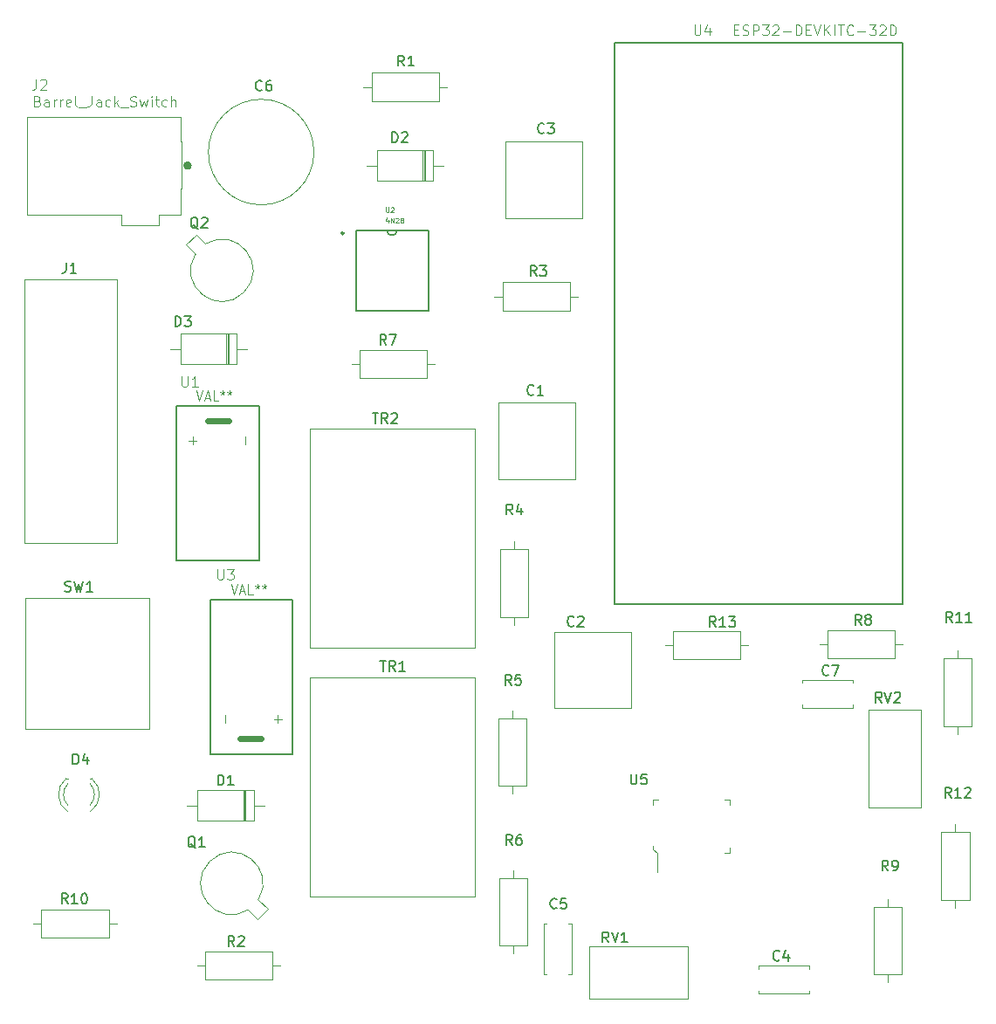
<source format=gto>
G04 #@! TF.GenerationSoftware,KiCad,Pcbnew,5.1.6-c6e7f7d~87~ubuntu18.04.1*
G04 #@! TF.CreationDate,2020-07-18T23:18:46+02:00*
G04 #@! TF.ProjectId,interfonoRemoto,696e7465-7266-46f6-9e6f-52656d6f746f,A1*
G04 #@! TF.SameCoordinates,Original*
G04 #@! TF.FileFunction,Legend,Top*
G04 #@! TF.FilePolarity,Positive*
%FSLAX46Y46*%
G04 Gerber Fmt 4.6, Leading zero omitted, Abs format (unit mm)*
G04 Created by KiCad (PCBNEW 5.1.6-c6e7f7d~87~ubuntu18.04.1) date 2020-07-18 23:18:46*
%MOMM*%
%LPD*%
G01*
G04 APERTURE LIST*
%ADD10C,0.127000*%
%ADD11C,0.609600*%
%ADD12C,0.120000*%
%ADD13C,0.050000*%
%ADD14C,0.400000*%
%ADD15C,0.220000*%
%ADD16C,0.100000*%
%ADD17C,0.150000*%
G04 APERTURE END LIST*
D10*
X53433800Y-148525000D02*
X61433800Y-148525000D01*
X61433800Y-148525000D02*
X61433800Y-133525000D01*
X61433800Y-133525000D02*
X53433800Y-133525000D01*
X53433800Y-133525000D02*
X53433800Y-148525000D01*
D11*
X58409800Y-147025000D02*
X56377800Y-147025000D01*
D10*
X58196600Y-114718000D02*
X50196600Y-114718000D01*
X50196600Y-114718000D02*
X50196600Y-129718000D01*
X50196600Y-129718000D02*
X58196600Y-129718000D01*
X58196600Y-129718000D02*
X58196600Y-114718000D01*
D11*
X53220600Y-116218000D02*
X55252600Y-116218000D01*
D12*
X51097652Y-99105501D02*
X52009819Y-100017669D01*
X52087601Y-98115552D02*
X51097652Y-99105501D01*
X52999769Y-99027719D02*
X52087601Y-98115552D01*
X52009950Y-100017456D02*
G75*
G03*
X52999769Y-99027719I2572150J-1582544D01*
G01*
X59026648Y-163550499D02*
X58114481Y-162638331D01*
X58036699Y-164540448D02*
X59026648Y-163550499D01*
X57124531Y-163628281D02*
X58036699Y-164540448D01*
X58114350Y-162638544D02*
G75*
G03*
X57124531Y-163628281I-2572150J1582544D01*
G01*
D13*
X50602100Y-96190000D02*
X48502100Y-96190000D01*
X48502100Y-96190000D02*
X48502100Y-97240000D01*
X48502100Y-97240000D02*
X44802100Y-97240000D01*
X44802100Y-97240000D02*
X44802100Y-96190000D01*
X44802100Y-96190000D02*
X35652100Y-96190000D01*
X35652100Y-96190000D02*
X35652100Y-86690000D01*
X35652100Y-86690000D02*
X50602100Y-86690000D01*
X50602100Y-86690000D02*
X50602100Y-89090000D01*
D14*
X51452100Y-91440000D02*
G75*
G03*
X51452100Y-91440000I-200000J0D01*
G01*
D13*
X50602100Y-93690000D02*
X50602100Y-96190000D01*
X50702100Y-93690000D02*
X50702100Y-89090000D01*
D12*
X81382100Y-121830000D02*
X81382100Y-114390000D01*
X88822100Y-121830000D02*
X88822100Y-114390000D01*
X88822100Y-114390000D02*
X81382100Y-114390000D01*
X88822100Y-121830000D02*
X81382100Y-121830000D01*
X94290000Y-136640000D02*
X94290000Y-144080000D01*
X86850000Y-136640000D02*
X86850000Y-144080000D01*
X86850000Y-144080000D02*
X94290000Y-144080000D01*
X86850000Y-136640000D02*
X94290000Y-136640000D01*
X82088800Y-89083300D02*
X89528800Y-89083300D01*
X82088800Y-96523300D02*
X89528800Y-96523300D01*
X89528800Y-96523300D02*
X89528800Y-89083300D01*
X82088800Y-96523300D02*
X82088800Y-89083300D01*
X111550000Y-171455000D02*
X111550000Y-171770000D01*
X111550000Y-169030000D02*
X111550000Y-169345000D01*
X106610000Y-171455000D02*
X106610000Y-171770000D01*
X106610000Y-169030000D02*
X106610000Y-169345000D01*
X106610000Y-171770000D02*
X111550000Y-171770000D01*
X106610000Y-169030000D02*
X111550000Y-169030000D01*
X88205000Y-164920000D02*
X88520000Y-164920000D01*
X85780000Y-164920000D02*
X86095000Y-164920000D01*
X88205000Y-169860000D02*
X88520000Y-169860000D01*
X85780000Y-169860000D02*
X86095000Y-169860000D01*
X88520000Y-169860000D02*
X88520000Y-164920000D01*
X85780000Y-169860000D02*
X85780000Y-164920000D01*
X63512100Y-90130000D02*
G75*
G03*
X63512100Y-90130000I-5120000J0D01*
G01*
X110870000Y-141625000D02*
X110870000Y-141310000D01*
X110870000Y-144050000D02*
X110870000Y-143735000D01*
X115810000Y-141625000D02*
X115810000Y-141310000D01*
X115810000Y-144050000D02*
X115810000Y-143735000D01*
X115810000Y-141310000D02*
X110870000Y-141310000D01*
X115810000Y-144050000D02*
X110870000Y-144050000D01*
X56885000Y-154970000D02*
X56885000Y-152030000D01*
X56645000Y-154970000D02*
X56645000Y-152030000D01*
X56765000Y-154970000D02*
X56765000Y-152030000D01*
X51205000Y-153500000D02*
X52225000Y-153500000D01*
X58685000Y-153500000D02*
X57665000Y-153500000D01*
X52225000Y-154970000D02*
X57665000Y-154970000D01*
X52225000Y-152030000D02*
X52225000Y-154970000D01*
X57665000Y-152030000D02*
X52225000Y-152030000D01*
X57665000Y-154970000D02*
X57665000Y-152030000D01*
X74302100Y-92910000D02*
X74302100Y-89970000D01*
X74062100Y-92910000D02*
X74062100Y-89970000D01*
X74182100Y-92910000D02*
X74182100Y-89970000D01*
X68622100Y-91440000D02*
X69642100Y-91440000D01*
X76102100Y-91440000D02*
X75082100Y-91440000D01*
X69642100Y-92910000D02*
X75082100Y-92910000D01*
X69642100Y-89970000D02*
X69642100Y-92910000D01*
X75082100Y-89970000D02*
X69642100Y-89970000D01*
X75082100Y-92910000D02*
X75082100Y-89970000D01*
X55252100Y-110690000D02*
X55252100Y-107750000D01*
X55012100Y-110690000D02*
X55012100Y-107750000D01*
X55132100Y-110690000D02*
X55132100Y-107750000D01*
X49572100Y-109220000D02*
X50592100Y-109220000D01*
X57052100Y-109220000D02*
X56032100Y-109220000D01*
X50592100Y-110690000D02*
X56032100Y-110690000D01*
X50592100Y-107750000D02*
X50592100Y-110690000D01*
X56032100Y-107750000D02*
X50592100Y-107750000D01*
X56032100Y-110690000D02*
X56032100Y-107750000D01*
X39638700Y-150876000D02*
X39482700Y-150876000D01*
X41954700Y-150876000D02*
X41798700Y-150876000D01*
X39638863Y-153477130D02*
G75*
G02*
X39638700Y-151395039I1079837J1041130D01*
G01*
X41798537Y-153477130D02*
G75*
G03*
X41798700Y-151395039I-1079837J1041130D01*
G01*
X39640092Y-154108335D02*
G75*
G02*
X39483184Y-150876000I1078608J1672335D01*
G01*
X41797308Y-154108335D02*
G75*
G03*
X41954216Y-150876000I-1078608J1672335D01*
G01*
X44422100Y-128070000D02*
X35422100Y-128070000D01*
X35422100Y-102470000D02*
X35422100Y-128070000D01*
X44422100Y-102470000D02*
X35422100Y-102470000D01*
X44422100Y-102470000D02*
X44422100Y-128070000D01*
X68322100Y-83820000D02*
X69092100Y-83820000D01*
X76402100Y-83820000D02*
X75632100Y-83820000D01*
X69092100Y-85190000D02*
X75632100Y-85190000D01*
X69092100Y-82450000D02*
X69092100Y-85190000D01*
X75632100Y-82450000D02*
X69092100Y-82450000D01*
X75632100Y-85190000D02*
X75632100Y-82450000D01*
X52157500Y-169004000D02*
X52927500Y-169004000D01*
X60237500Y-169004000D02*
X59467500Y-169004000D01*
X52927500Y-170374000D02*
X59467500Y-170374000D01*
X52927500Y-167634000D02*
X52927500Y-170374000D01*
X59467500Y-167634000D02*
X52927500Y-167634000D01*
X59467500Y-170374000D02*
X59467500Y-167634000D01*
X89102100Y-104140000D02*
X88332100Y-104140000D01*
X81022100Y-104140000D02*
X81792100Y-104140000D01*
X88332100Y-102770000D02*
X81792100Y-102770000D01*
X88332100Y-105510000D02*
X88332100Y-102770000D01*
X81792100Y-105510000D02*
X88332100Y-105510000D01*
X81792100Y-102770000D02*
X81792100Y-105510000D01*
X82923400Y-135970000D02*
X82923400Y-135200000D01*
X82923400Y-127890000D02*
X82923400Y-128660000D01*
X84293400Y-135200000D02*
X84293400Y-128660000D01*
X81553400Y-135200000D02*
X84293400Y-135200000D01*
X81553400Y-128660000D02*
X81553400Y-135200000D01*
X84293400Y-128660000D02*
X81553400Y-128660000D01*
X82783700Y-144263000D02*
X82783700Y-145033000D01*
X82783700Y-152343000D02*
X82783700Y-151573000D01*
X81413700Y-145033000D02*
X81413700Y-151573000D01*
X84153700Y-145033000D02*
X81413700Y-145033000D01*
X84153700Y-151573000D02*
X84153700Y-145033000D01*
X81413700Y-151573000D02*
X84153700Y-151573000D01*
X82820000Y-167870000D02*
X82820000Y-167100000D01*
X82820000Y-159790000D02*
X82820000Y-160560000D01*
X84190000Y-167100000D02*
X84190000Y-160560000D01*
X81450000Y-167100000D02*
X84190000Y-167100000D01*
X81450000Y-160560000D02*
X81450000Y-167100000D01*
X84190000Y-160560000D02*
X81450000Y-160560000D01*
X67150000Y-110690000D02*
X67920000Y-110690000D01*
X75230000Y-110690000D02*
X74460000Y-110690000D01*
X67920000Y-112060000D02*
X74460000Y-112060000D01*
X67920000Y-109320000D02*
X67920000Y-112060000D01*
X74460000Y-109320000D02*
X67920000Y-109320000D01*
X74460000Y-112060000D02*
X74460000Y-109320000D01*
X112550000Y-137890000D02*
X113320000Y-137890000D01*
X120630000Y-137890000D02*
X119860000Y-137890000D01*
X113320000Y-139260000D02*
X119860000Y-139260000D01*
X113320000Y-136520000D02*
X113320000Y-139260000D01*
X119860000Y-136520000D02*
X113320000Y-136520000D01*
X119860000Y-139260000D02*
X119860000Y-136520000D01*
X119180000Y-162570000D02*
X119180000Y-163340000D01*
X119180000Y-170650000D02*
X119180000Y-169880000D01*
X117810000Y-163340000D02*
X117810000Y-169880000D01*
X120550000Y-163340000D02*
X117810000Y-163340000D01*
X120550000Y-169880000D02*
X120550000Y-163340000D01*
X117810000Y-169880000D02*
X120550000Y-169880000D01*
X36300000Y-164970000D02*
X37070000Y-164970000D01*
X44380000Y-164970000D02*
X43610000Y-164970000D01*
X37070000Y-166340000D02*
X43610000Y-166340000D01*
X37070000Y-163600000D02*
X37070000Y-166340000D01*
X43610000Y-163600000D02*
X37070000Y-163600000D01*
X43610000Y-166340000D02*
X43610000Y-163600000D01*
X125950000Y-146570000D02*
X125950000Y-145800000D01*
X125950000Y-138490000D02*
X125950000Y-139260000D01*
X127320000Y-145800000D02*
X127320000Y-139260000D01*
X124580000Y-145800000D02*
X127320000Y-145800000D01*
X124580000Y-139260000D02*
X124580000Y-145800000D01*
X127320000Y-139260000D02*
X124580000Y-139260000D01*
X125722000Y-163405000D02*
X125722000Y-162635000D01*
X125722000Y-155325000D02*
X125722000Y-156095000D01*
X127092000Y-162635000D02*
X127092000Y-156095000D01*
X124352000Y-162635000D02*
X127092000Y-162635000D01*
X124352000Y-156095000D02*
X124352000Y-162635000D01*
X127092000Y-156095000D02*
X124352000Y-156095000D01*
X90250000Y-167190000D02*
X90250000Y-172270000D01*
X90250000Y-172270000D02*
X99750000Y-172270000D01*
X99750000Y-172270000D02*
X99750000Y-167190000D01*
X99750000Y-167190000D02*
X90250000Y-167190000D01*
X117340000Y-153700000D02*
X122420000Y-153700000D01*
X122420000Y-153700000D02*
X122420000Y-144200000D01*
X122420000Y-144200000D02*
X117340000Y-144200000D01*
X117340000Y-144200000D02*
X117340000Y-153700000D01*
X46962100Y-146050000D02*
X47502100Y-146050000D01*
X35532100Y-133350000D02*
X47502100Y-133350000D01*
X35532100Y-146050000D02*
X35532100Y-133350000D01*
X36802100Y-146050000D02*
X35532100Y-146050000D01*
X46962100Y-146050000D02*
X36802100Y-146050000D01*
X47502100Y-133350000D02*
X47502100Y-146050000D01*
X63092100Y-162350000D02*
X79092100Y-162350000D01*
X63092100Y-141050000D02*
X63092100Y-162350000D01*
X79092100Y-141050000D02*
X79092100Y-162350000D01*
X63092100Y-141050000D02*
X79092100Y-141050000D01*
X63092100Y-138220000D02*
X79092100Y-138220000D01*
X63092100Y-116920000D02*
X63092100Y-138220000D01*
X79092100Y-116920000D02*
X79092100Y-138220000D01*
X63092100Y-116920000D02*
X79092100Y-116920000D01*
D10*
X74592100Y-105500000D02*
X74592100Y-97700000D01*
X67592100Y-97700000D02*
X67592100Y-105500000D01*
D15*
X66392100Y-98000000D02*
G75*
G03*
X66392100Y-98000000I-100000J0D01*
G01*
D10*
X74592100Y-105500000D02*
X67592100Y-105500000D01*
X71592100Y-97700000D02*
X74592100Y-97700000D01*
X70592100Y-97700000D02*
X71592100Y-97700000D01*
X67592100Y-97700000D02*
X70592100Y-97700000D01*
X70592100Y-97700000D02*
G75*
G03*
X71592100Y-97700000I500000J0D01*
G01*
X120602000Y-133930000D02*
X92702000Y-133930000D01*
X120602000Y-79530000D02*
X120602000Y-133930000D01*
X92702000Y-79530000D02*
X120602000Y-79530000D01*
X92702000Y-133930000D02*
X92702000Y-79530000D01*
D12*
X105650000Y-137970000D02*
X104880000Y-137970000D01*
X97570000Y-137970000D02*
X98340000Y-137970000D01*
X104880000Y-136600000D02*
X98340000Y-136600000D01*
X104880000Y-139340000D02*
X104880000Y-136600000D01*
X98340000Y-139340000D02*
X104880000Y-139340000D01*
X98340000Y-136600000D02*
X98340000Y-139340000D01*
D16*
X103825000Y-158125000D02*
X103325000Y-158125000D01*
X103825000Y-158125000D02*
X103825000Y-157625000D01*
X103825000Y-152925000D02*
X103325000Y-152925000D01*
X103825000Y-152925000D02*
X103825000Y-153425000D01*
X96425000Y-152925000D02*
X96925000Y-152925000D01*
X96425000Y-152925000D02*
X96425000Y-153425000D01*
X96425000Y-157425000D02*
X96425000Y-157725000D01*
X96825000Y-158125000D02*
X96825000Y-159925000D01*
X96425000Y-157725000D02*
X96825000Y-158125000D01*
D13*
X54140155Y-130594760D02*
X54140155Y-131404284D01*
X54187774Y-131499522D01*
X54235393Y-131547141D01*
X54330631Y-131594760D01*
X54521107Y-131594760D01*
X54616345Y-131547141D01*
X54663964Y-131499522D01*
X54711583Y-131404284D01*
X54711583Y-130594760D01*
X55092536Y-130594760D02*
X55711583Y-130594760D01*
X55378250Y-130975713D01*
X55521107Y-130975713D01*
X55616345Y-131023332D01*
X55663964Y-131070951D01*
X55711583Y-131166189D01*
X55711583Y-131404284D01*
X55663964Y-131499522D01*
X55616345Y-131547141D01*
X55521107Y-131594760D01*
X55235393Y-131594760D01*
X55140155Y-131547141D01*
X55092536Y-131499522D01*
X55472665Y-132009540D02*
X55772665Y-133009540D01*
X56072665Y-132009540D01*
X56329808Y-132723826D02*
X56758380Y-132723826D01*
X56244094Y-133009540D02*
X56544094Y-132009540D01*
X56844094Y-133009540D01*
X57572665Y-133009540D02*
X57144094Y-133009540D01*
X57144094Y-132009540D01*
X58001237Y-132009540D02*
X58001237Y-132247636D01*
X57786951Y-132152398D02*
X58001237Y-132247636D01*
X58215522Y-132152398D01*
X57872665Y-132438112D02*
X58001237Y-132247636D01*
X58129808Y-132438112D01*
X58686951Y-132009540D02*
X58686951Y-132247636D01*
X58472665Y-132152398D02*
X58686951Y-132247636D01*
X58901237Y-132152398D01*
X58558380Y-132438112D02*
X58686951Y-132247636D01*
X58815522Y-132438112D01*
X54925228Y-145500952D02*
X54925228Y-144739047D01*
X60005228Y-145500952D02*
X60005228Y-144739047D01*
X60386180Y-145120000D02*
X59624276Y-145120000D01*
X50673075Y-111870540D02*
X50673075Y-112680064D01*
X50720694Y-112775302D01*
X50768313Y-112822921D01*
X50863551Y-112870540D01*
X51054027Y-112870540D01*
X51149265Y-112822921D01*
X51196884Y-112775302D01*
X51244503Y-112680064D01*
X51244503Y-111870540D01*
X52244503Y-112870540D02*
X51673075Y-112870540D01*
X51958789Y-112870540D02*
X51958789Y-111870540D01*
X51863551Y-112013398D01*
X51768313Y-112108636D01*
X51673075Y-112156255D01*
X52104645Y-113262460D02*
X52404645Y-114262460D01*
X52704645Y-113262460D01*
X52961788Y-113976746D02*
X53390360Y-113976746D01*
X52876074Y-114262460D02*
X53176074Y-113262460D01*
X53476074Y-114262460D01*
X54204645Y-114262460D02*
X53776074Y-114262460D01*
X53776074Y-113262460D01*
X54633217Y-113262460D02*
X54633217Y-113500556D01*
X54418931Y-113405318D02*
X54633217Y-113500556D01*
X54847502Y-113405318D01*
X54504645Y-113691032D02*
X54633217Y-113500556D01*
X54761788Y-113691032D01*
X55318931Y-113262460D02*
X55318931Y-113500556D01*
X55104645Y-113405318D02*
X55318931Y-113500556D01*
X55533217Y-113405318D01*
X55190360Y-113691032D02*
X55318931Y-113500556D01*
X55447502Y-113691032D01*
X56848028Y-118503952D02*
X56848028Y-117742047D01*
X51768028Y-118503952D02*
X51768028Y-117742047D01*
X52148980Y-118123000D02*
X51387076Y-118123000D01*
D17*
X52279761Y-97572619D02*
X52184523Y-97525000D01*
X52089285Y-97429761D01*
X51946428Y-97286904D01*
X51851190Y-97239285D01*
X51755952Y-97239285D01*
X51803571Y-97477380D02*
X51708333Y-97429761D01*
X51613095Y-97334523D01*
X51565476Y-97144047D01*
X51565476Y-96810714D01*
X51613095Y-96620238D01*
X51708333Y-96525000D01*
X51803571Y-96477380D01*
X51994047Y-96477380D01*
X52089285Y-96525000D01*
X52184523Y-96620238D01*
X52232142Y-96810714D01*
X52232142Y-97144047D01*
X52184523Y-97334523D01*
X52089285Y-97429761D01*
X51994047Y-97477380D01*
X51803571Y-97477380D01*
X52613095Y-96572619D02*
X52660714Y-96525000D01*
X52755952Y-96477380D01*
X52994047Y-96477380D01*
X53089285Y-96525000D01*
X53136904Y-96572619D01*
X53184523Y-96667857D01*
X53184523Y-96763095D01*
X53136904Y-96905952D01*
X52565476Y-97477380D01*
X53184523Y-97477380D01*
X52029761Y-157622619D02*
X51934523Y-157575000D01*
X51839285Y-157479761D01*
X51696428Y-157336904D01*
X51601190Y-157289285D01*
X51505952Y-157289285D01*
X51553571Y-157527380D02*
X51458333Y-157479761D01*
X51363095Y-157384523D01*
X51315476Y-157194047D01*
X51315476Y-156860714D01*
X51363095Y-156670238D01*
X51458333Y-156575000D01*
X51553571Y-156527380D01*
X51744047Y-156527380D01*
X51839285Y-156575000D01*
X51934523Y-156670238D01*
X51982142Y-156860714D01*
X51982142Y-157194047D01*
X51934523Y-157384523D01*
X51839285Y-157479761D01*
X51744047Y-157527380D01*
X51553571Y-157527380D01*
X52934523Y-157527380D02*
X52363095Y-157527380D01*
X52648809Y-157527380D02*
X52648809Y-156527380D01*
X52553571Y-156670238D01*
X52458333Y-156765476D01*
X52363095Y-156813095D01*
D13*
X36557436Y-83078963D02*
X36557436Y-83793741D01*
X36509784Y-83936697D01*
X36414480Y-84032001D01*
X36271525Y-84079653D01*
X36176221Y-84079653D01*
X36986303Y-83174266D02*
X37033955Y-83126615D01*
X37129259Y-83078963D01*
X37367519Y-83078963D01*
X37462822Y-83126615D01*
X37510474Y-83174266D01*
X37558126Y-83269570D01*
X37558126Y-83364874D01*
X37510474Y-83507830D01*
X36938651Y-84079653D01*
X37558126Y-84079653D01*
X36707417Y-85186187D02*
X36850321Y-85233822D01*
X36897956Y-85281457D01*
X36945591Y-85376726D01*
X36945591Y-85519631D01*
X36897956Y-85614900D01*
X36850321Y-85662535D01*
X36755052Y-85710170D01*
X36373974Y-85710170D01*
X36373974Y-84709840D01*
X36707417Y-84709840D01*
X36802687Y-84757475D01*
X36850321Y-84805109D01*
X36897956Y-84900379D01*
X36897956Y-84995648D01*
X36850321Y-85090918D01*
X36802687Y-85138553D01*
X36707417Y-85186187D01*
X36373974Y-85186187D01*
X37803017Y-85710170D02*
X37803017Y-85186187D01*
X37755382Y-85090918D01*
X37660112Y-85043283D01*
X37469573Y-85043283D01*
X37374304Y-85090918D01*
X37803017Y-85662535D02*
X37707747Y-85710170D01*
X37469573Y-85710170D01*
X37374304Y-85662535D01*
X37326669Y-85567265D01*
X37326669Y-85471996D01*
X37374304Y-85376726D01*
X37469573Y-85329092D01*
X37707747Y-85329092D01*
X37803017Y-85281457D01*
X38279364Y-85710170D02*
X38279364Y-85043283D01*
X38279364Y-85233822D02*
X38326999Y-85138553D01*
X38374634Y-85090918D01*
X38469903Y-85043283D01*
X38565173Y-85043283D01*
X38898616Y-85710170D02*
X38898616Y-85043283D01*
X38898616Y-85233822D02*
X38946251Y-85138553D01*
X38993886Y-85090918D01*
X39089155Y-85043283D01*
X39184425Y-85043283D01*
X39898946Y-85662535D02*
X39803677Y-85710170D01*
X39613138Y-85710170D01*
X39517868Y-85662535D01*
X39470233Y-85567265D01*
X39470233Y-85186187D01*
X39517868Y-85090918D01*
X39613138Y-85043283D01*
X39803677Y-85043283D01*
X39898946Y-85090918D01*
X39946581Y-85186187D01*
X39946581Y-85281457D01*
X39470233Y-85376726D01*
X40518198Y-85710170D02*
X40422929Y-85662535D01*
X40375294Y-85567265D01*
X40375294Y-84709840D01*
X40661102Y-85805439D02*
X41423259Y-85805439D01*
X41947241Y-84709840D02*
X41947241Y-85424361D01*
X41899606Y-85567265D01*
X41804337Y-85662535D01*
X41661432Y-85710170D01*
X41566163Y-85710170D01*
X42852301Y-85710170D02*
X42852301Y-85186187D01*
X42804667Y-85090918D01*
X42709397Y-85043283D01*
X42518858Y-85043283D01*
X42423589Y-85090918D01*
X42852301Y-85662535D02*
X42757032Y-85710170D01*
X42518858Y-85710170D01*
X42423589Y-85662535D01*
X42375954Y-85567265D01*
X42375954Y-85471996D01*
X42423589Y-85376726D01*
X42518858Y-85329092D01*
X42757032Y-85329092D01*
X42852301Y-85281457D01*
X43757362Y-85662535D02*
X43662092Y-85710170D01*
X43471553Y-85710170D01*
X43376284Y-85662535D01*
X43328649Y-85614900D01*
X43281014Y-85519631D01*
X43281014Y-85233822D01*
X43328649Y-85138553D01*
X43376284Y-85090918D01*
X43471553Y-85043283D01*
X43662092Y-85043283D01*
X43757362Y-85090918D01*
X44186075Y-85710170D02*
X44186075Y-84709840D01*
X44281344Y-85329092D02*
X44567153Y-85710170D01*
X44567153Y-85043283D02*
X44186075Y-85424361D01*
X44757692Y-85805439D02*
X45519848Y-85805439D01*
X45710387Y-85662535D02*
X45853291Y-85710170D01*
X46091465Y-85710170D01*
X46186735Y-85662535D01*
X46234370Y-85614900D01*
X46282004Y-85519631D01*
X46282004Y-85424361D01*
X46234370Y-85329092D01*
X46186735Y-85281457D01*
X46091465Y-85233822D01*
X45900926Y-85186187D01*
X45805657Y-85138553D01*
X45758022Y-85090918D01*
X45710387Y-84995648D01*
X45710387Y-84900379D01*
X45758022Y-84805109D01*
X45805657Y-84757475D01*
X45900926Y-84709840D01*
X46139100Y-84709840D01*
X46282004Y-84757475D01*
X46615448Y-85043283D02*
X46805987Y-85710170D01*
X46996526Y-85233822D01*
X47187065Y-85710170D01*
X47377604Y-85043283D01*
X47758682Y-85710170D02*
X47758682Y-85043283D01*
X47758682Y-84709840D02*
X47711047Y-84757475D01*
X47758682Y-84805109D01*
X47806317Y-84757475D01*
X47758682Y-84709840D01*
X47758682Y-84805109D01*
X48092125Y-85043283D02*
X48473203Y-85043283D01*
X48235030Y-84709840D02*
X48235030Y-85567265D01*
X48282664Y-85662535D01*
X48377934Y-85710170D01*
X48473203Y-85710170D01*
X49235360Y-85662535D02*
X49140090Y-85710170D01*
X48949551Y-85710170D01*
X48854281Y-85662535D01*
X48806647Y-85614900D01*
X48759012Y-85519631D01*
X48759012Y-85233822D01*
X48806647Y-85138553D01*
X48854281Y-85090918D01*
X48949551Y-85043283D01*
X49140090Y-85043283D01*
X49235360Y-85090918D01*
X49664072Y-85710170D02*
X49664072Y-84709840D01*
X50092785Y-85710170D02*
X50092785Y-85186187D01*
X50045150Y-85090918D01*
X49949881Y-85043283D01*
X49806977Y-85043283D01*
X49711707Y-85090918D01*
X49664072Y-85138553D01*
D17*
X84813373Y-113617142D02*
X84765754Y-113664761D01*
X84622897Y-113712380D01*
X84527659Y-113712380D01*
X84384801Y-113664761D01*
X84289563Y-113569523D01*
X84241944Y-113474285D01*
X84194325Y-113283809D01*
X84194325Y-113140952D01*
X84241944Y-112950476D01*
X84289563Y-112855238D01*
X84384801Y-112760000D01*
X84527659Y-112712380D01*
X84622897Y-112712380D01*
X84765754Y-112760000D01*
X84813373Y-112807619D01*
X85765754Y-113712380D02*
X85194325Y-113712380D01*
X85480040Y-113712380D02*
X85480040Y-112712380D01*
X85384801Y-112855238D01*
X85289563Y-112950476D01*
X85194325Y-112998095D01*
X88726193Y-136040002D02*
X88678574Y-136087621D01*
X88535717Y-136135240D01*
X88440479Y-136135240D01*
X88297621Y-136087621D01*
X88202383Y-135992383D01*
X88154764Y-135897145D01*
X88107145Y-135706669D01*
X88107145Y-135563812D01*
X88154764Y-135373336D01*
X88202383Y-135278098D01*
X88297621Y-135182860D01*
X88440479Y-135135240D01*
X88535717Y-135135240D01*
X88678574Y-135182860D01*
X88726193Y-135230479D01*
X89107145Y-135230479D02*
X89154764Y-135182860D01*
X89250002Y-135135240D01*
X89488098Y-135135240D01*
X89583336Y-135182860D01*
X89630955Y-135230479D01*
X89678574Y-135325717D01*
X89678574Y-135420955D01*
X89630955Y-135563812D01*
X89059526Y-136135240D01*
X89678574Y-136135240D01*
X85833313Y-88237102D02*
X85785694Y-88284721D01*
X85642837Y-88332340D01*
X85547599Y-88332340D01*
X85404741Y-88284721D01*
X85309503Y-88189483D01*
X85261884Y-88094245D01*
X85214265Y-87903769D01*
X85214265Y-87760912D01*
X85261884Y-87570436D01*
X85309503Y-87475198D01*
X85404741Y-87379960D01*
X85547599Y-87332340D01*
X85642837Y-87332340D01*
X85785694Y-87379960D01*
X85833313Y-87427579D01*
X86166646Y-87332340D02*
X86785694Y-87332340D01*
X86452360Y-87713293D01*
X86595218Y-87713293D01*
X86690456Y-87760912D01*
X86738075Y-87808531D01*
X86785694Y-87903769D01*
X86785694Y-88141864D01*
X86738075Y-88237102D01*
X86690456Y-88284721D01*
X86595218Y-88332340D01*
X86309503Y-88332340D01*
X86214265Y-88284721D01*
X86166646Y-88237102D01*
X108660033Y-168469342D02*
X108612414Y-168516961D01*
X108469557Y-168564580D01*
X108374319Y-168564580D01*
X108231461Y-168516961D01*
X108136223Y-168421723D01*
X108088604Y-168326485D01*
X108040985Y-168136009D01*
X108040985Y-167993152D01*
X108088604Y-167802676D01*
X108136223Y-167707438D01*
X108231461Y-167612200D01*
X108374319Y-167564580D01*
X108469557Y-167564580D01*
X108612414Y-167612200D01*
X108660033Y-167659819D01*
X109517176Y-167897914D02*
X109517176Y-168564580D01*
X109279080Y-167516961D02*
X109040985Y-168231247D01*
X109660033Y-168231247D01*
X87054353Y-163426362D02*
X87006734Y-163473981D01*
X86863877Y-163521600D01*
X86768639Y-163521600D01*
X86625781Y-163473981D01*
X86530543Y-163378743D01*
X86482924Y-163283505D01*
X86435305Y-163093029D01*
X86435305Y-162950172D01*
X86482924Y-162759696D01*
X86530543Y-162664458D01*
X86625781Y-162569220D01*
X86768639Y-162521600D01*
X86863877Y-162521600D01*
X87006734Y-162569220D01*
X87054353Y-162616839D01*
X87959115Y-162521600D02*
X87482924Y-162521600D01*
X87435305Y-162997791D01*
X87482924Y-162950172D01*
X87578162Y-162902553D01*
X87816258Y-162902553D01*
X87911496Y-162950172D01*
X87959115Y-162997791D01*
X88006734Y-163093029D01*
X88006734Y-163331124D01*
X87959115Y-163426362D01*
X87911496Y-163473981D01*
X87816258Y-163521600D01*
X87578162Y-163521600D01*
X87482924Y-163473981D01*
X87435305Y-163426362D01*
X58463373Y-84077142D02*
X58415754Y-84124761D01*
X58272897Y-84172380D01*
X58177659Y-84172380D01*
X58034801Y-84124761D01*
X57939563Y-84029523D01*
X57891944Y-83934285D01*
X57844325Y-83743809D01*
X57844325Y-83600952D01*
X57891944Y-83410476D01*
X57939563Y-83315238D01*
X58034801Y-83220000D01*
X58177659Y-83172380D01*
X58272897Y-83172380D01*
X58415754Y-83220000D01*
X58463373Y-83267619D01*
X59320516Y-83172380D02*
X59130040Y-83172380D01*
X59034801Y-83220000D01*
X58987182Y-83267619D01*
X58891944Y-83410476D01*
X58844325Y-83600952D01*
X58844325Y-83981904D01*
X58891944Y-84077142D01*
X58939563Y-84124761D01*
X59034801Y-84172380D01*
X59225278Y-84172380D01*
X59320516Y-84124761D01*
X59368135Y-84077142D01*
X59415754Y-83981904D01*
X59415754Y-83743809D01*
X59368135Y-83648571D01*
X59320516Y-83600952D01*
X59225278Y-83553333D01*
X59034801Y-83553333D01*
X58939563Y-83600952D01*
X58891944Y-83648571D01*
X58844325Y-83743809D01*
X113433333Y-140797142D02*
X113385714Y-140844761D01*
X113242857Y-140892380D01*
X113147619Y-140892380D01*
X113004761Y-140844761D01*
X112909523Y-140749523D01*
X112861904Y-140654285D01*
X112814285Y-140463809D01*
X112814285Y-140320952D01*
X112861904Y-140130476D01*
X112909523Y-140035238D01*
X113004761Y-139940000D01*
X113147619Y-139892380D01*
X113242857Y-139892380D01*
X113385714Y-139940000D01*
X113433333Y-139987619D01*
X113766666Y-139892380D02*
X114433333Y-139892380D01*
X114004761Y-140892380D01*
X54186904Y-151527380D02*
X54186904Y-150527380D01*
X54425000Y-150527380D01*
X54567857Y-150575000D01*
X54663095Y-150670238D01*
X54710714Y-150765476D01*
X54758333Y-150955952D01*
X54758333Y-151098809D01*
X54710714Y-151289285D01*
X54663095Y-151384523D01*
X54567857Y-151479761D01*
X54425000Y-151527380D01*
X54186904Y-151527380D01*
X55710714Y-151527380D02*
X55139285Y-151527380D01*
X55425000Y-151527380D02*
X55425000Y-150527380D01*
X55329761Y-150670238D01*
X55234523Y-150765476D01*
X55139285Y-150813095D01*
X71071944Y-89192380D02*
X71071944Y-88192380D01*
X71310040Y-88192380D01*
X71452897Y-88240000D01*
X71548135Y-88335238D01*
X71595754Y-88430476D01*
X71643373Y-88620952D01*
X71643373Y-88763809D01*
X71595754Y-88954285D01*
X71548135Y-89049523D01*
X71452897Y-89144761D01*
X71310040Y-89192380D01*
X71071944Y-89192380D01*
X72024325Y-88287619D02*
X72071944Y-88240000D01*
X72167182Y-88192380D01*
X72405278Y-88192380D01*
X72500516Y-88240000D01*
X72548135Y-88287619D01*
X72595754Y-88382857D01*
X72595754Y-88478095D01*
X72548135Y-88620952D01*
X71976706Y-89192380D01*
X72595754Y-89192380D01*
X50036904Y-107052380D02*
X50036904Y-106052380D01*
X50275000Y-106052380D01*
X50417857Y-106100000D01*
X50513095Y-106195238D01*
X50560714Y-106290476D01*
X50608333Y-106480952D01*
X50608333Y-106623809D01*
X50560714Y-106814285D01*
X50513095Y-106909523D01*
X50417857Y-107004761D01*
X50275000Y-107052380D01*
X50036904Y-107052380D01*
X50941666Y-106052380D02*
X51560714Y-106052380D01*
X51227380Y-106433333D01*
X51370238Y-106433333D01*
X51465476Y-106480952D01*
X51513095Y-106528571D01*
X51560714Y-106623809D01*
X51560714Y-106861904D01*
X51513095Y-106957142D01*
X51465476Y-107004761D01*
X51370238Y-107052380D01*
X51084523Y-107052380D01*
X50989285Y-107004761D01*
X50941666Y-106957142D01*
X40121864Y-149492820D02*
X40121864Y-148492820D01*
X40359960Y-148492820D01*
X40502817Y-148540440D01*
X40598055Y-148635678D01*
X40645674Y-148730916D01*
X40693293Y-148921392D01*
X40693293Y-149064249D01*
X40645674Y-149254725D01*
X40598055Y-149349963D01*
X40502817Y-149445201D01*
X40359960Y-149492820D01*
X40121864Y-149492820D01*
X41550436Y-148826154D02*
X41550436Y-149492820D01*
X41312340Y-148445201D02*
X41074245Y-149159487D01*
X41693293Y-149159487D01*
X39466706Y-100842380D02*
X39466706Y-101556666D01*
X39419087Y-101699523D01*
X39323849Y-101794761D01*
X39180992Y-101842380D01*
X39085754Y-101842380D01*
X40466706Y-101842380D02*
X39895278Y-101842380D01*
X40180992Y-101842380D02*
X40180992Y-100842380D01*
X40085754Y-100985238D01*
X39990516Y-101080476D01*
X39895278Y-101128095D01*
X72263373Y-81772380D02*
X71930040Y-81296190D01*
X71691944Y-81772380D02*
X71691944Y-80772380D01*
X72072897Y-80772380D01*
X72168135Y-80820000D01*
X72215754Y-80867619D01*
X72263373Y-80962857D01*
X72263373Y-81105714D01*
X72215754Y-81200952D01*
X72168135Y-81248571D01*
X72072897Y-81296190D01*
X71691944Y-81296190D01*
X73215754Y-81772380D02*
X72644325Y-81772380D01*
X72930040Y-81772380D02*
X72930040Y-80772380D01*
X72834801Y-80915238D01*
X72739563Y-81010476D01*
X72644325Y-81058095D01*
X55793333Y-167142400D02*
X55460000Y-166666210D01*
X55221904Y-167142400D02*
X55221904Y-166142400D01*
X55602857Y-166142400D01*
X55698095Y-166190020D01*
X55745714Y-166237639D01*
X55793333Y-166332877D01*
X55793333Y-166475734D01*
X55745714Y-166570972D01*
X55698095Y-166618591D01*
X55602857Y-166666210D01*
X55221904Y-166666210D01*
X56174285Y-166237639D02*
X56221904Y-166190020D01*
X56317142Y-166142400D01*
X56555238Y-166142400D01*
X56650476Y-166190020D01*
X56698095Y-166237639D01*
X56745714Y-166332877D01*
X56745714Y-166428115D01*
X56698095Y-166570972D01*
X56126666Y-167142400D01*
X56745714Y-167142400D01*
X85093373Y-102142380D02*
X84760040Y-101666190D01*
X84521944Y-102142380D02*
X84521944Y-101142380D01*
X84902897Y-101142380D01*
X84998135Y-101190000D01*
X85045754Y-101237619D01*
X85093373Y-101332857D01*
X85093373Y-101475714D01*
X85045754Y-101570952D01*
X84998135Y-101618571D01*
X84902897Y-101666190D01*
X84521944Y-101666190D01*
X85426706Y-101142380D02*
X86045754Y-101142380D01*
X85712420Y-101523333D01*
X85855278Y-101523333D01*
X85950516Y-101570952D01*
X85998135Y-101618571D01*
X86045754Y-101713809D01*
X86045754Y-101951904D01*
X85998135Y-102047142D01*
X85950516Y-102094761D01*
X85855278Y-102142380D01*
X85569563Y-102142380D01*
X85474325Y-102094761D01*
X85426706Y-102047142D01*
X82773353Y-125292240D02*
X82440020Y-124816050D01*
X82201924Y-125292240D02*
X82201924Y-124292240D01*
X82582877Y-124292240D01*
X82678115Y-124339860D01*
X82725734Y-124387479D01*
X82773353Y-124482717D01*
X82773353Y-124625574D01*
X82725734Y-124720812D01*
X82678115Y-124768431D01*
X82582877Y-124816050D01*
X82201924Y-124816050D01*
X83630496Y-124625574D02*
X83630496Y-125292240D01*
X83392400Y-124244621D02*
X83154305Y-124958907D01*
X83773353Y-124958907D01*
X82653353Y-141822400D02*
X82320020Y-141346210D01*
X82081924Y-141822400D02*
X82081924Y-140822400D01*
X82462877Y-140822400D01*
X82558115Y-140870020D01*
X82605734Y-140917639D01*
X82653353Y-141012877D01*
X82653353Y-141155734D01*
X82605734Y-141250972D01*
X82558115Y-141298591D01*
X82462877Y-141346210D01*
X82081924Y-141346210D01*
X83558115Y-140822400D02*
X83081924Y-140822400D01*
X83034305Y-141298591D01*
X83081924Y-141250972D01*
X83177162Y-141203353D01*
X83415258Y-141203353D01*
X83510496Y-141250972D01*
X83558115Y-141298591D01*
X83605734Y-141393829D01*
X83605734Y-141631924D01*
X83558115Y-141727162D01*
X83510496Y-141774781D01*
X83415258Y-141822400D01*
X83177162Y-141822400D01*
X83081924Y-141774781D01*
X83034305Y-141727162D01*
X82735853Y-157318840D02*
X82402520Y-156842650D01*
X82164424Y-157318840D02*
X82164424Y-156318840D01*
X82545377Y-156318840D01*
X82640615Y-156366460D01*
X82688234Y-156414079D01*
X82735853Y-156509317D01*
X82735853Y-156652174D01*
X82688234Y-156747412D01*
X82640615Y-156795031D01*
X82545377Y-156842650D01*
X82164424Y-156842650D01*
X83592996Y-156318840D02*
X83402520Y-156318840D01*
X83307281Y-156366460D01*
X83259662Y-156414079D01*
X83164424Y-156556936D01*
X83116805Y-156747412D01*
X83116805Y-157128364D01*
X83164424Y-157223602D01*
X83212043Y-157271221D01*
X83307281Y-157318840D01*
X83497758Y-157318840D01*
X83592996Y-157271221D01*
X83640615Y-157223602D01*
X83688234Y-157128364D01*
X83688234Y-156890269D01*
X83640615Y-156795031D01*
X83592996Y-156747412D01*
X83497758Y-156699793D01*
X83307281Y-156699793D01*
X83212043Y-156747412D01*
X83164424Y-156795031D01*
X83116805Y-156890269D01*
X70523333Y-108832380D02*
X70190000Y-108356190D01*
X69951904Y-108832380D02*
X69951904Y-107832380D01*
X70332857Y-107832380D01*
X70428095Y-107880000D01*
X70475714Y-107927619D01*
X70523333Y-108022857D01*
X70523333Y-108165714D01*
X70475714Y-108260952D01*
X70428095Y-108308571D01*
X70332857Y-108356190D01*
X69951904Y-108356190D01*
X70856666Y-107832380D02*
X71523333Y-107832380D01*
X71094761Y-108832380D01*
X116601113Y-135994060D02*
X116267780Y-135517870D01*
X116029684Y-135994060D02*
X116029684Y-134994060D01*
X116410637Y-134994060D01*
X116505875Y-135041680D01*
X116553494Y-135089299D01*
X116601113Y-135184537D01*
X116601113Y-135327394D01*
X116553494Y-135422632D01*
X116505875Y-135470251D01*
X116410637Y-135517870D01*
X116029684Y-135517870D01*
X117172541Y-135422632D02*
X117077303Y-135375013D01*
X117029684Y-135327394D01*
X116982065Y-135232156D01*
X116982065Y-135184537D01*
X117029684Y-135089299D01*
X117077303Y-135041680D01*
X117172541Y-134994060D01*
X117363018Y-134994060D01*
X117458256Y-135041680D01*
X117505875Y-135089299D01*
X117553494Y-135184537D01*
X117553494Y-135232156D01*
X117505875Y-135327394D01*
X117458256Y-135375013D01*
X117363018Y-135422632D01*
X117172541Y-135422632D01*
X117077303Y-135470251D01*
X117029684Y-135517870D01*
X116982065Y-135613108D01*
X116982065Y-135803584D01*
X117029684Y-135898822D01*
X117077303Y-135946441D01*
X117172541Y-135994060D01*
X117363018Y-135994060D01*
X117458256Y-135946441D01*
X117505875Y-135898822D01*
X117553494Y-135803584D01*
X117553494Y-135613108D01*
X117505875Y-135517870D01*
X117458256Y-135470251D01*
X117363018Y-135422632D01*
X119191613Y-159822320D02*
X118858280Y-159346130D01*
X118620184Y-159822320D02*
X118620184Y-158822320D01*
X119001137Y-158822320D01*
X119096375Y-158869940D01*
X119143994Y-158917559D01*
X119191613Y-159012797D01*
X119191613Y-159155654D01*
X119143994Y-159250892D01*
X119096375Y-159298511D01*
X119001137Y-159346130D01*
X118620184Y-159346130D01*
X119667803Y-159822320D02*
X119858280Y-159822320D01*
X119953518Y-159774701D01*
X120001137Y-159727082D01*
X120096375Y-159584225D01*
X120143994Y-159393749D01*
X120143994Y-159012797D01*
X120096375Y-158917559D01*
X120048756Y-158869940D01*
X119953518Y-158822320D01*
X119763041Y-158822320D01*
X119667803Y-158869940D01*
X119620184Y-158917559D01*
X119572565Y-159012797D01*
X119572565Y-159250892D01*
X119620184Y-159346130D01*
X119667803Y-159393749D01*
X119763041Y-159441368D01*
X119953518Y-159441368D01*
X120048756Y-159393749D01*
X120096375Y-159346130D01*
X120143994Y-159250892D01*
X39623502Y-163021400D02*
X39290169Y-162545210D01*
X39052074Y-163021400D02*
X39052074Y-162021400D01*
X39433026Y-162021400D01*
X39528264Y-162069020D01*
X39575883Y-162116639D01*
X39623502Y-162211877D01*
X39623502Y-162354734D01*
X39575883Y-162449972D01*
X39528264Y-162497591D01*
X39433026Y-162545210D01*
X39052074Y-162545210D01*
X40575883Y-163021400D02*
X40004455Y-163021400D01*
X40290169Y-163021400D02*
X40290169Y-162021400D01*
X40194931Y-162164258D01*
X40099693Y-162259496D01*
X40004455Y-162307115D01*
X41194931Y-162021400D02*
X41290169Y-162021400D01*
X41385407Y-162069020D01*
X41433026Y-162116639D01*
X41480645Y-162211877D01*
X41528264Y-162402353D01*
X41528264Y-162640448D01*
X41480645Y-162830924D01*
X41433026Y-162926162D01*
X41385407Y-162973781D01*
X41290169Y-163021400D01*
X41194931Y-163021400D01*
X41099693Y-162973781D01*
X41052074Y-162926162D01*
X41004455Y-162830924D01*
X40956836Y-162640448D01*
X40956836Y-162402353D01*
X41004455Y-162211877D01*
X41052074Y-162116639D01*
X41099693Y-162069020D01*
X41194931Y-162021400D01*
X125404122Y-135727420D02*
X125070789Y-135251230D01*
X124832694Y-135727420D02*
X124832694Y-134727420D01*
X125213646Y-134727420D01*
X125308884Y-134775040D01*
X125356503Y-134822659D01*
X125404122Y-134917897D01*
X125404122Y-135060754D01*
X125356503Y-135155992D01*
X125308884Y-135203611D01*
X125213646Y-135251230D01*
X124832694Y-135251230D01*
X126356503Y-135727420D02*
X125785075Y-135727420D01*
X126070789Y-135727420D02*
X126070789Y-134727420D01*
X125975551Y-134870278D01*
X125880313Y-134965516D01*
X125785075Y-135013135D01*
X127308884Y-135727420D02*
X126737456Y-135727420D01*
X127023170Y-135727420D02*
X127023170Y-134727420D01*
X126927932Y-134870278D01*
X126832694Y-134965516D01*
X126737456Y-135013135D01*
X125306762Y-152752700D02*
X124973429Y-152276510D01*
X124735334Y-152752700D02*
X124735334Y-151752700D01*
X125116286Y-151752700D01*
X125211524Y-151800320D01*
X125259143Y-151847939D01*
X125306762Y-151943177D01*
X125306762Y-152086034D01*
X125259143Y-152181272D01*
X125211524Y-152228891D01*
X125116286Y-152276510D01*
X124735334Y-152276510D01*
X126259143Y-152752700D02*
X125687715Y-152752700D01*
X125973429Y-152752700D02*
X125973429Y-151752700D01*
X125878191Y-151895558D01*
X125782953Y-151990796D01*
X125687715Y-152038415D01*
X126640096Y-151847939D02*
X126687715Y-151800320D01*
X126782953Y-151752700D01*
X127021048Y-151752700D01*
X127116286Y-151800320D01*
X127163905Y-151847939D01*
X127211524Y-151943177D01*
X127211524Y-152038415D01*
X127163905Y-152181272D01*
X126592477Y-152752700D01*
X127211524Y-152752700D01*
X92092381Y-166776260D02*
X91759048Y-166300070D01*
X91520953Y-166776260D02*
X91520953Y-165776260D01*
X91901905Y-165776260D01*
X91997143Y-165823880D01*
X92044762Y-165871499D01*
X92092381Y-165966737D01*
X92092381Y-166109594D01*
X92044762Y-166204832D01*
X91997143Y-166252451D01*
X91901905Y-166300070D01*
X91520953Y-166300070D01*
X92378096Y-165776260D02*
X92711429Y-166776260D01*
X93044762Y-165776260D01*
X93901905Y-166776260D02*
X93330477Y-166776260D01*
X93616191Y-166776260D02*
X93616191Y-165776260D01*
X93520953Y-165919118D01*
X93425715Y-166014356D01*
X93330477Y-166061975D01*
X118579901Y-143512560D02*
X118246568Y-143036370D01*
X118008473Y-143512560D02*
X118008473Y-142512560D01*
X118389425Y-142512560D01*
X118484663Y-142560180D01*
X118532282Y-142607799D01*
X118579901Y-142703037D01*
X118579901Y-142845894D01*
X118532282Y-142941132D01*
X118484663Y-142988751D01*
X118389425Y-143036370D01*
X118008473Y-143036370D01*
X118865616Y-142512560D02*
X119198949Y-143512560D01*
X119532282Y-142512560D01*
X119817997Y-142607799D02*
X119865616Y-142560180D01*
X119960854Y-142512560D01*
X120198949Y-142512560D01*
X120294187Y-142560180D01*
X120341806Y-142607799D01*
X120389425Y-142703037D01*
X120389425Y-142798275D01*
X120341806Y-142941132D01*
X119770378Y-143512560D01*
X120389425Y-143512560D01*
X39362586Y-132700661D02*
X39505443Y-132748280D01*
X39743539Y-132748280D01*
X39838777Y-132700661D01*
X39886396Y-132653042D01*
X39934015Y-132557804D01*
X39934015Y-132462566D01*
X39886396Y-132367328D01*
X39838777Y-132319709D01*
X39743539Y-132272090D01*
X39553062Y-132224471D01*
X39457824Y-132176852D01*
X39410205Y-132129233D01*
X39362586Y-132033995D01*
X39362586Y-131938757D01*
X39410205Y-131843519D01*
X39457824Y-131795900D01*
X39553062Y-131748280D01*
X39791158Y-131748280D01*
X39934015Y-131795900D01*
X40267348Y-131748280D02*
X40505443Y-132748280D01*
X40695920Y-132033995D01*
X40886396Y-132748280D01*
X41124491Y-131748280D01*
X42029253Y-132748280D02*
X41457824Y-132748280D01*
X41743539Y-132748280D02*
X41743539Y-131748280D01*
X41648300Y-131891138D01*
X41553062Y-131986376D01*
X41457824Y-132033995D01*
X69919095Y-139459720D02*
X70490523Y-139459720D01*
X70204809Y-140459720D02*
X70204809Y-139459720D01*
X71395285Y-140459720D02*
X71061952Y-139983530D01*
X70823857Y-140459720D02*
X70823857Y-139459720D01*
X71204809Y-139459720D01*
X71300047Y-139507340D01*
X71347666Y-139554959D01*
X71395285Y-139650197D01*
X71395285Y-139793054D01*
X71347666Y-139888292D01*
X71300047Y-139935911D01*
X71204809Y-139983530D01*
X70823857Y-139983530D01*
X72347666Y-140459720D02*
X71776238Y-140459720D01*
X72061952Y-140459720D02*
X72061952Y-139459720D01*
X71966714Y-139602578D01*
X71871476Y-139697816D01*
X71776238Y-139745435D01*
X69172335Y-115433860D02*
X69743763Y-115433860D01*
X69458049Y-116433860D02*
X69458049Y-115433860D01*
X70648525Y-116433860D02*
X70315192Y-115957670D01*
X70077097Y-116433860D02*
X70077097Y-115433860D01*
X70458049Y-115433860D01*
X70553287Y-115481480D01*
X70600906Y-115529099D01*
X70648525Y-115624337D01*
X70648525Y-115767194D01*
X70600906Y-115862432D01*
X70553287Y-115910051D01*
X70458049Y-115957670D01*
X70077097Y-115957670D01*
X71029478Y-115529099D02*
X71077097Y-115481480D01*
X71172335Y-115433860D01*
X71410430Y-115433860D01*
X71505668Y-115481480D01*
X71553287Y-115529099D01*
X71600906Y-115624337D01*
X71600906Y-115719575D01*
X71553287Y-115862432D01*
X70981859Y-116433860D01*
X71600906Y-116433860D01*
D13*
X70488948Y-95471408D02*
X70488948Y-95861272D01*
X70511882Y-95907138D01*
X70534815Y-95930072D01*
X70580681Y-95953005D01*
X70672414Y-95953005D01*
X70718280Y-95930072D01*
X70741214Y-95907138D01*
X70764147Y-95861272D01*
X70764147Y-95471408D01*
X70970545Y-95517274D02*
X70993479Y-95494341D01*
X71039345Y-95471408D01*
X71154011Y-95471408D01*
X71199877Y-95494341D01*
X71222811Y-95517274D01*
X71245744Y-95563141D01*
X71245744Y-95609007D01*
X71222811Y-95677807D01*
X70947612Y-95953005D01*
X71245744Y-95953005D01*
X70720681Y-96678653D02*
X70720681Y-96998993D01*
X70606274Y-96495602D02*
X70491867Y-96838823D01*
X70789325Y-96838823D01*
X70972377Y-96998993D02*
X70972377Y-96518483D01*
X71246954Y-96998993D01*
X71246954Y-96518483D01*
X71452887Y-96564246D02*
X71475768Y-96541365D01*
X71521531Y-96518483D01*
X71635938Y-96518483D01*
X71681701Y-96541365D01*
X71704582Y-96564246D01*
X71727464Y-96610009D01*
X71727464Y-96655772D01*
X71704582Y-96724416D01*
X71430005Y-96998993D01*
X71727464Y-96998993D01*
X72002041Y-96724416D02*
X71956278Y-96701535D01*
X71933397Y-96678653D01*
X71910515Y-96632890D01*
X71910515Y-96610009D01*
X71933397Y-96564246D01*
X71956278Y-96541365D01*
X72002041Y-96518483D01*
X72093567Y-96518483D01*
X72139330Y-96541365D01*
X72162211Y-96564246D01*
X72185092Y-96610009D01*
X72185092Y-96632890D01*
X72162211Y-96678653D01*
X72139330Y-96701535D01*
X72093567Y-96724416D01*
X72002041Y-96724416D01*
X71956278Y-96747297D01*
X71933397Y-96770179D01*
X71910515Y-96815942D01*
X71910515Y-96907467D01*
X71933397Y-96953230D01*
X71956278Y-96976112D01*
X72002041Y-96998993D01*
X72093567Y-96998993D01*
X72139330Y-96976112D01*
X72162211Y-96953230D01*
X72185092Y-96907467D01*
X72185092Y-96815942D01*
X72162211Y-96770179D01*
X72139330Y-96747297D01*
X72093567Y-96724416D01*
X100417738Y-77792167D02*
X100417738Y-78602006D01*
X100465375Y-78697282D01*
X100513013Y-78744919D01*
X100608288Y-78792557D01*
X100798839Y-78792557D01*
X100894114Y-78744919D01*
X100941751Y-78697282D01*
X100989389Y-78602006D01*
X100989389Y-77792167D01*
X101894504Y-78125630D02*
X101894504Y-78792557D01*
X101656316Y-77744529D02*
X101418128Y-78459094D01*
X102037417Y-78459094D01*
X104228381Y-78268496D02*
X104562065Y-78268496D01*
X104705072Y-78792855D02*
X104228381Y-78792855D01*
X104228381Y-77791805D01*
X104705072Y-77791805D01*
X105086424Y-78745186D02*
X105229431Y-78792855D01*
X105467776Y-78792855D01*
X105563115Y-78745186D01*
X105610784Y-78697517D01*
X105658453Y-78602179D01*
X105658453Y-78506841D01*
X105610784Y-78411503D01*
X105563115Y-78363834D01*
X105467776Y-78316165D01*
X105277100Y-78268496D01*
X105181762Y-78220827D01*
X105134093Y-78173158D01*
X105086424Y-78077820D01*
X105086424Y-77982482D01*
X105134093Y-77887144D01*
X105181762Y-77839475D01*
X105277100Y-77791805D01*
X105515445Y-77791805D01*
X105658453Y-77839475D01*
X106087474Y-78792855D02*
X106087474Y-77791805D01*
X106468826Y-77791805D01*
X106564165Y-77839475D01*
X106611834Y-77887144D01*
X106659503Y-77982482D01*
X106659503Y-78125489D01*
X106611834Y-78220827D01*
X106564165Y-78268496D01*
X106468826Y-78316165D01*
X106087474Y-78316165D01*
X106993186Y-77791805D02*
X107612884Y-77791805D01*
X107279200Y-78173158D01*
X107422207Y-78173158D01*
X107517545Y-78220827D01*
X107565215Y-78268496D01*
X107612884Y-78363834D01*
X107612884Y-78602179D01*
X107565215Y-78697517D01*
X107517545Y-78745186D01*
X107422207Y-78792855D01*
X107136193Y-78792855D01*
X107040855Y-78745186D01*
X106993186Y-78697517D01*
X107994236Y-77887144D02*
X108041905Y-77839475D01*
X108137243Y-77791805D01*
X108375588Y-77791805D01*
X108470926Y-77839475D01*
X108518595Y-77887144D01*
X108566265Y-77982482D01*
X108566265Y-78077820D01*
X108518595Y-78220827D01*
X107946567Y-78792855D01*
X108566265Y-78792855D01*
X108995286Y-78411503D02*
X109757991Y-78411503D01*
X110234681Y-78792855D02*
X110234681Y-77791805D01*
X110473026Y-77791805D01*
X110616034Y-77839475D01*
X110711372Y-77934813D01*
X110759041Y-78030151D01*
X110806710Y-78220827D01*
X110806710Y-78363834D01*
X110759041Y-78554510D01*
X110711372Y-78649848D01*
X110616034Y-78745186D01*
X110473026Y-78792855D01*
X110234681Y-78792855D01*
X111235731Y-78268496D02*
X111569415Y-78268496D01*
X111712422Y-78792855D02*
X111235731Y-78792855D01*
X111235731Y-77791805D01*
X111712422Y-77791805D01*
X111998436Y-77791805D02*
X112332119Y-78792855D01*
X112665803Y-77791805D01*
X112999486Y-78792855D02*
X112999486Y-77791805D01*
X113571515Y-78792855D02*
X113142493Y-78220827D01*
X113571515Y-77791805D02*
X112999486Y-78363834D01*
X114000536Y-78792855D02*
X114000536Y-77791805D01*
X114334219Y-77791805D02*
X114906248Y-77791805D01*
X114620234Y-78792855D02*
X114620234Y-77791805D01*
X115811960Y-78697517D02*
X115764291Y-78745186D01*
X115621284Y-78792855D01*
X115525945Y-78792855D01*
X115382938Y-78745186D01*
X115287600Y-78649848D01*
X115239931Y-78554510D01*
X115192262Y-78363834D01*
X115192262Y-78220827D01*
X115239931Y-78030151D01*
X115287600Y-77934813D01*
X115382938Y-77839475D01*
X115525945Y-77791805D01*
X115621284Y-77791805D01*
X115764291Y-77839475D01*
X115811960Y-77887144D01*
X116240981Y-78411503D02*
X117003686Y-78411503D01*
X117385038Y-77791805D02*
X118004736Y-77791805D01*
X117671053Y-78173158D01*
X117814060Y-78173158D01*
X117909398Y-78220827D01*
X117957067Y-78268496D01*
X118004736Y-78363834D01*
X118004736Y-78602179D01*
X117957067Y-78697517D01*
X117909398Y-78745186D01*
X117814060Y-78792855D01*
X117528045Y-78792855D01*
X117432707Y-78745186D01*
X117385038Y-78697517D01*
X118386088Y-77887144D02*
X118433757Y-77839475D01*
X118529095Y-77791805D01*
X118767441Y-77791805D01*
X118862779Y-77839475D01*
X118910448Y-77887144D01*
X118958117Y-77982482D01*
X118958117Y-78077820D01*
X118910448Y-78220827D01*
X118338419Y-78792855D01*
X118958117Y-78792855D01*
X119387138Y-78792855D02*
X119387138Y-77791805D01*
X119625484Y-77791805D01*
X119768491Y-77839475D01*
X119863829Y-77934813D01*
X119911498Y-78030151D01*
X119959167Y-78220827D01*
X119959167Y-78363834D01*
X119911498Y-78554510D01*
X119863829Y-78649848D01*
X119768491Y-78745186D01*
X119625484Y-78792855D01*
X119387138Y-78792855D01*
D17*
X102467142Y-136182380D02*
X102133809Y-135706190D01*
X101895714Y-136182380D02*
X101895714Y-135182380D01*
X102276666Y-135182380D01*
X102371904Y-135230000D01*
X102419523Y-135277619D01*
X102467142Y-135372857D01*
X102467142Y-135515714D01*
X102419523Y-135610952D01*
X102371904Y-135658571D01*
X102276666Y-135706190D01*
X101895714Y-135706190D01*
X103419523Y-136182380D02*
X102848095Y-136182380D01*
X103133809Y-136182380D02*
X103133809Y-135182380D01*
X103038571Y-135325238D01*
X102943333Y-135420476D01*
X102848095Y-135468095D01*
X103752857Y-135182380D02*
X104371904Y-135182380D01*
X104038571Y-135563333D01*
X104181428Y-135563333D01*
X104276666Y-135610952D01*
X104324285Y-135658571D01*
X104371904Y-135753809D01*
X104371904Y-135991904D01*
X104324285Y-136087142D01*
X104276666Y-136134761D01*
X104181428Y-136182380D01*
X103895714Y-136182380D01*
X103800476Y-136134761D01*
X103752857Y-136087142D01*
X94238095Y-150452380D02*
X94238095Y-151261904D01*
X94285714Y-151357142D01*
X94333333Y-151404761D01*
X94428571Y-151452380D01*
X94619047Y-151452380D01*
X94714285Y-151404761D01*
X94761904Y-151357142D01*
X94809523Y-151261904D01*
X94809523Y-150452380D01*
X95761904Y-150452380D02*
X95285714Y-150452380D01*
X95238095Y-150928571D01*
X95285714Y-150880952D01*
X95380952Y-150833333D01*
X95619047Y-150833333D01*
X95714285Y-150880952D01*
X95761904Y-150928571D01*
X95809523Y-151023809D01*
X95809523Y-151261904D01*
X95761904Y-151357142D01*
X95714285Y-151404761D01*
X95619047Y-151452380D01*
X95380952Y-151452380D01*
X95285714Y-151404761D01*
X95238095Y-151357142D01*
M02*

</source>
